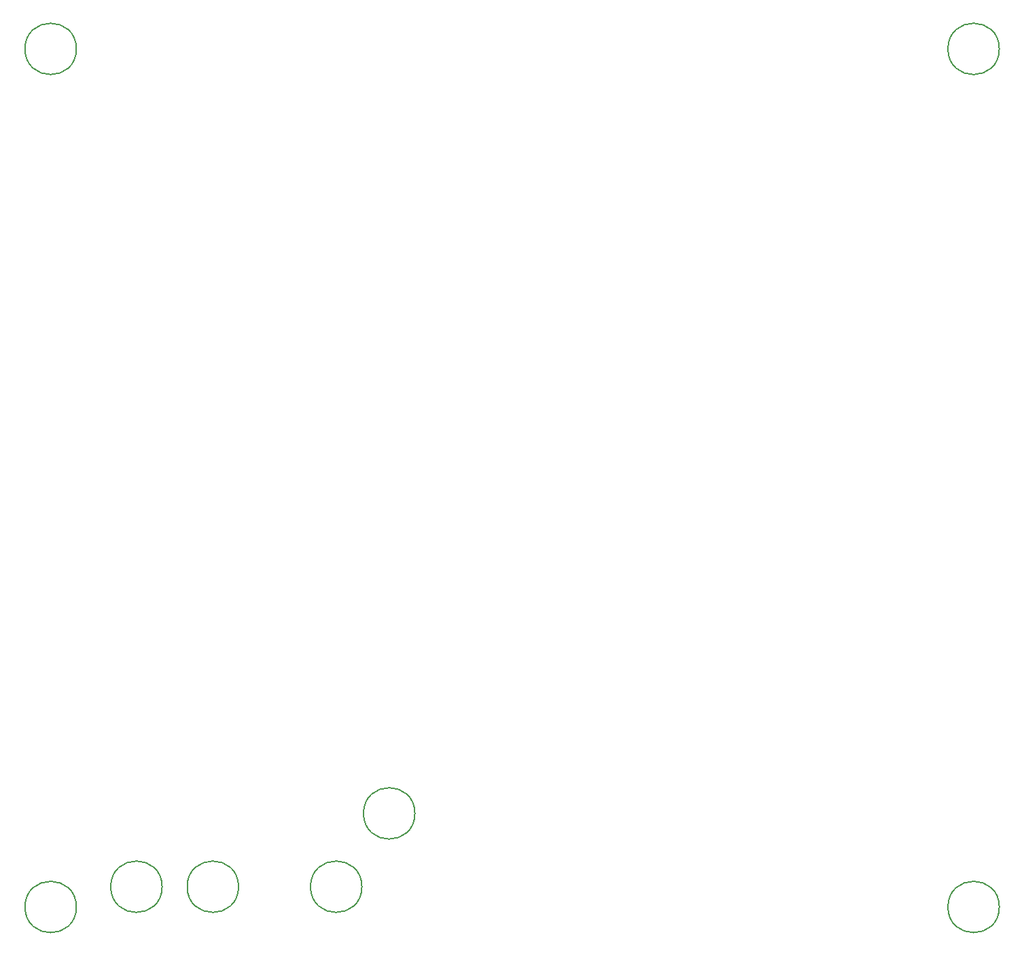
<source format=gbr>
%TF.GenerationSoftware,KiCad,Pcbnew,8.0.1*%
%TF.CreationDate,2024-03-18T01:33:03-07:00*%
%TF.ProjectId,huffboard,68756666-626f-4617-9264-2e6b69636164,rev?*%
%TF.SameCoordinates,Original*%
%TF.FileFunction,Other,Comment*%
%FSLAX46Y46*%
G04 Gerber Fmt 4.6, Leading zero omitted, Abs format (unit mm)*
G04 Created by KiCad (PCBNEW 8.0.1) date 2024-03-18 01:33:03*
%MOMM*%
%LPD*%
G01*
G04 APERTURE LIST*
%ADD10C,0.150000*%
G04 APERTURE END LIST*
D10*
%TO.C,H7*%
X246200000Y-128000000D02*
G75*
G02*
X239800000Y-128000000I-3200000J0D01*
G01*
X239800000Y-128000000D02*
G75*
G02*
X246200000Y-128000000I3200000J0D01*
G01*
%TO.C,H6*%
X246200000Y-21000000D02*
G75*
G02*
X239800000Y-21000000I-3200000J0D01*
G01*
X239800000Y-21000000D02*
G75*
G02*
X246200000Y-21000000I3200000J0D01*
G01*
%TO.C,H10*%
X166776000Y-125476000D02*
G75*
G02*
X160376000Y-125476000I-3200000J0D01*
G01*
X160376000Y-125476000D02*
G75*
G02*
X166776000Y-125476000I3200000J0D01*
G01*
%TO.C,H8*%
X131200000Y-128000000D02*
G75*
G02*
X124800000Y-128000000I-3200000J0D01*
G01*
X124800000Y-128000000D02*
G75*
G02*
X131200000Y-128000000I3200000J0D01*
G01*
%TO.C,H9*%
X141884000Y-125476000D02*
G75*
G02*
X135484000Y-125476000I-3200000J0D01*
G01*
X135484000Y-125476000D02*
G75*
G02*
X141884000Y-125476000I3200000J0D01*
G01*
%TO.C,H5*%
X131200000Y-21000000D02*
G75*
G02*
X124800000Y-21000000I-3200000J0D01*
G01*
X124800000Y-21000000D02*
G75*
G02*
X131200000Y-21000000I3200000J0D01*
G01*
%TO.C,H11*%
X151409000Y-125476000D02*
G75*
G02*
X145009000Y-125476000I-3200000J0D01*
G01*
X145009000Y-125476000D02*
G75*
G02*
X151409000Y-125476000I3200000J0D01*
G01*
%TO.C,H12*%
X173380000Y-116332000D02*
G75*
G02*
X166980000Y-116332000I-3200000J0D01*
G01*
X166980000Y-116332000D02*
G75*
G02*
X173380000Y-116332000I3200000J0D01*
G01*
%TD*%
M02*

</source>
